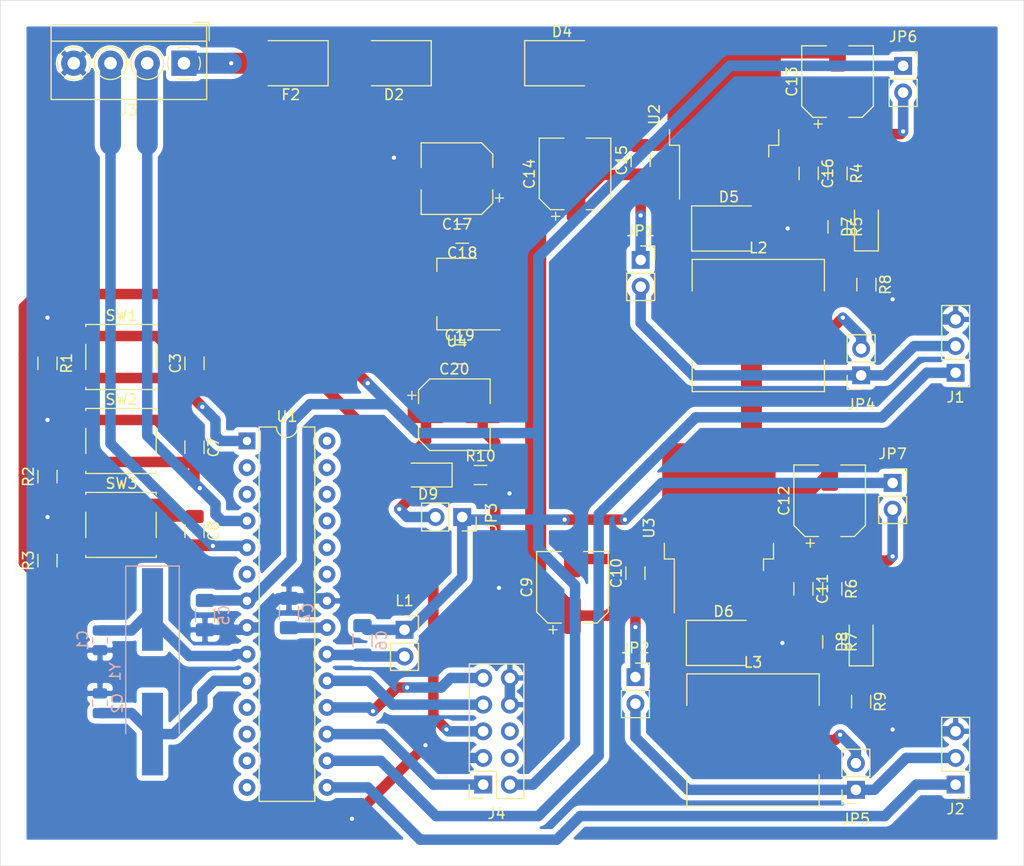
<source format=kicad_pcb>
(kicad_pcb (version 20171130) (host pcbnew "(5.1.0)-1")
  (layers (0 F.Cu signal) (31 B.Cu signal) (34 B.Paste user) (35 F.Paste user) (36 B.SilkS user) (37 F.SilkS user) (38 B.Mask user) (39 F.Mask user) (44 Edge.Cuts user))
  (net 0 "")
  (net 1 GND)
  (net 2 "Net-(C1-Pad1)")
  (net 3 "Net-(C2-Pad1)")
  (net 4 "Net-(C4-Pad1)")
  (net 5 +5V)
  (net 6 "Net-(C6-Pad1)")
  (net 7 /Button1)
  (net 8 /Button2)
  (net 9 +12P)
  (net 10 "Net-(C11-Pad2)")
  (net 11 "Net-(C11-Pad1)")
  (net 12 "Net-(C13-Pad1)")
  (net 13 "Net-(C16-Pad1)")
  (net 14 "Net-(C19-Pad1)")
  (net 15 "Net-(D2-Pad2)")
  (net 16 "Net-(D5-Pad1)")
  (net 17 "Net-(D6-Pad1)")
  (net 18 "Net-(D7-Pad1)")
  (net 19 "Net-(D8-Pad1)")
  (net 20 "Net-(D9-Pad1)")
  (net 21 +12V)
  (net 22 /PWM1)
  (net 23 VDD)
  (net 24 Vdrive)
  (net 25 /PWM2)
  (net 26 /MOSI)
  (net 27 /RESET)
  (net 28 /SCK)
  (net 29 /MISO)
  (module Capacitor_SMD:C_0805_2012Metric (layer B.Cu) (at 27 91 270)
    (fp_text reference C1 (at 0 1.65 270) (layer B.SilkS) (effects (justify mirror)))
    (fp_text value 22p)
    (pad 2 smd roundrect (at 0.9375 0 270) (size 0.975 1.4) (layers B.Cu B.Paste B.Mask) (net 1 GND))
    (pad 1 smd roundrect (at -0.9375 0 270) (size 0.975 1.4) (layers B.Cu B.Paste B.Mask) (net 2 "Net-(C1-Pad1)"))
  )
  (module Capacitor_SMD:C_0805_2012Metric (layer B.Cu) (at 27 97 90)
    (fp_text reference C2 (at 0 1.65 90) (layer B.SilkS) (effects (justify mirror)))
    (fp_text value 22p)
    (pad 1 smd roundrect (at -0.9375 0 90) (size 0.975 1.4) (layers B.Cu B.Paste B.Mask) (net 3 "Net-(C2-Pad1)"))
    (pad 2 smd roundrect (at 0.9375 0 90) (size 0.975 1.4) (layers B.Cu B.Paste B.Mask) (net 1 GND))
  )
  (module Capacitor_SMD:C_1206_3216Metric (layer F.Cu) (at 36 64.6 90)
    (fp_text reference C3 (at 0 -1.82 90) (layer F.SilkS))
    (fp_text value 100n)
    (pad 2 smd roundrect (at 1.4 0 90) (size 1.25 1.75) (layers F.Cu F.Paste F.Mask) (roundrect_rratio 0.2) (net 1 GND))
    (pad 1 smd roundrect (at -1.4 0 90) (size 1.25 1.75) (layers F.Cu F.Paste F.Mask) (roundrect_rratio 0.2) (net 27 /RESET))
  )
  (module Capacitor_SMD:C_1206_3216Metric (layer B.Cu) (at 45 88.4 90)
    (fp_text reference C4 (at 0 1.82 90) (layer B.SilkS) (effects (justify mirror)))
    (fp_text value 100n)
    (pad 1 smd roundrect (at -1.4 0 90) (size 1.25 1.75) (layers B.Cu B.Paste B.Mask) (roundrect_rratio 0.2) (net 4 "Net-(C4-Pad1)"))
    (pad 2 smd roundrect (at 1.4 0 90) (size 1.25 1.75) (layers B.Cu B.Paste B.Mask) (roundrect_rratio 0.2) (net 1 GND))
  )
  (module Capacitor_SMD:C_1206_3216Metric (layer B.Cu) (at 37 88.6 90)
    (fp_text reference C5 (at 0 1.82 90) (layer B.SilkS) (effects (justify mirror)))
    (fp_text value 100n)
    (pad 1 smd roundrect (at -1.4 0 90) (size 1.25 1.75) (layers B.Cu B.Paste B.Mask) (roundrect_rratio 0.2) (net 1 GND))
    (pad 2 smd roundrect (at 1.4 0 90) (size 1.25 1.75) (layers B.Cu B.Paste B.Mask) (roundrect_rratio 0.2) (net 5 +5V))
  )
  (module Capacitor_SMD:C_1206_3216Metric (layer B.Cu) (at 52 91 90)
    (fp_text reference C6 (at 0 1.82 90) (layer B.SilkS) (effects (justify mirror)))
    (fp_text value 100n)
    (pad 2 smd roundrect (at 1.4 0 90) (size 1.25 1.75) (layers B.Cu B.Paste B.Mask) (roundrect_rratio 0.2) (net 5 +5V))
    (pad 1 smd roundrect (at -1.4 0 90) (size 1.25 1.75) (layers B.Cu B.Paste B.Mask) (roundrect_rratio 0.2) (net 6 "Net-(C6-Pad1)"))
  )
  (module Capacitor_SMD:C_1206_3216Metric (layer F.Cu) (at 36 72.6 270)
    (fp_text reference C7 (at 0 -1.82 270) (layer F.SilkS))
    (fp_text value 100n)
    (pad 1 smd roundrect (at -1.4 0 270) (size 1.25 1.75) (layers F.Cu F.Paste F.Mask) (roundrect_rratio 0.2) (net 1 GND))
    (pad 2 smd roundrect (at 1.4 0 270) (size 1.25 1.75) (layers F.Cu F.Paste F.Mask) (roundrect_rratio 0.2) (net 7 /Button1))
  )
  (module Capacitor_SMD:C_1206_3216Metric (layer F.Cu) (at 36 80.6 270)
    (fp_text reference C8 (at 0 -1.82 270) (layer F.SilkS))
    (fp_text value 100n)
    (pad 2 smd roundrect (at 1.4 0 270) (size 1.25 1.75) (layers F.Cu F.Paste F.Mask) (roundrect_rratio 0.2) (net 8 /Button2))
    (pad 1 smd roundrect (at -1.4 0 270) (size 1.25 1.75) (layers F.Cu F.Paste F.Mask) (roundrect_rratio 0.2) (net 1 GND))
  )
  (module Capacitor_SMD:CP_Elec_6.3x7.7 (layer F.Cu) (at 72 85.95 90)
    (fp_text reference C9 (at 0 -4.35 90) (layer F.SilkS))
    (fp_text value 100u)
    (pad 2 smd roundrect (at 2.7 0 90) (size 3.5 1.6) (layers F.Cu F.Paste F.Mask) (roundrect_rratio 0.15625) (net 1 GND))
    (pad 1 smd roundrect (at -2.7 0 90) (size 3.5 1.6) (layers F.Cu F.Paste F.Mask) (roundrect_rratio 0.15625) (net 9 +12P))
  )
  (module Capacitor_SMD:C_1206_3216Metric (layer F.Cu) (at 78 84.6 90)
    (fp_text reference C10 (at 0 -1.82 90) (layer F.SilkS))
    (fp_text value 100n)
    (pad 2 smd roundrect (at 1.4 0 90) (size 1.25 1.75) (layers F.Cu F.Paste F.Mask) (roundrect_rratio 0.2) (net 1 GND))
    (pad 1 smd roundrect (at -1.4 0 90) (size 1.25 1.75) (layers F.Cu F.Paste F.Mask) (roundrect_rratio 0.2) (net 9 +12P))
  )
  (module Capacitor_SMD:C_1206_3216Metric (layer F.Cu) (at 94 86.1 270)
    (fp_text reference C11 (at 0 -1.82 270) (layer F.SilkS))
    (fp_text value 20n)
    (pad 2 smd roundrect (at 1.4 0 270) (size 1.25 1.75) (layers F.Cu F.Paste F.Mask) (roundrect_rratio 0.2) (net 10 "Net-(C11-Pad2)"))
    (pad 1 smd roundrect (at -1.4 0 270) (size 1.25 1.75) (layers F.Cu F.Paste F.Mask) (roundrect_rratio 0.2) (net 11 "Net-(C11-Pad1)"))
  )
  (module Capacitor_SMD:CP_Elec_6.3x7.7 (layer F.Cu) (at 96.5 77.7 90)
    (fp_text reference C12 (at 0 -4.35 90) (layer F.SilkS))
    (fp_text value 470u/220u)
    (pad 1 smd roundrect (at -2.7 0 90) (size 3.5 1.6) (layers F.Cu F.Paste F.Mask) (roundrect_rratio 0.15625) (net 10 "Net-(C11-Pad2)"))
    (pad 2 smd roundrect (at 2.7 0 90) (size 3.5 1.6) (layers F.Cu F.Paste F.Mask) (roundrect_rratio 0.15625) (net 1 GND))
  )
  (module Capacitor_SMD:CP_Elec_6.3x7.7 (layer F.Cu) (at 97.25 37.75 90)
    (fp_text reference C13 (at 0 -4.35 90) (layer F.SilkS))
    (fp_text value 470u/220u)
    (pad 1 smd roundrect (at -2.7 0 90) (size 3.5 1.6) (layers F.Cu F.Paste F.Mask) (roundrect_rratio 0.15625) (net 12 "Net-(C13-Pad1)"))
    (pad 2 smd roundrect (at 2.7 0 90) (size 3.5 1.6) (layers F.Cu F.Paste F.Mask) (roundrect_rratio 0.15625) (net 1 GND))
  )
  (module Capacitor_SMD:CP_Elec_6.3x7.7 (layer F.Cu) (at 72.25 46.55 90)
    (fp_text reference C14 (at 0 -4.35 90) (layer F.SilkS))
    (fp_text value 100u)
    (pad 2 smd roundrect (at 2.7 0 90) (size 3.5 1.6) (layers F.Cu F.Paste F.Mask) (roundrect_rratio 0.15625) (net 1 GND))
    (pad 1 smd roundrect (at -2.7 0 90) (size 3.5 1.6) (layers F.Cu F.Paste F.Mask) (roundrect_rratio 0.15625) (net 9 +12P))
  )
  (module Capacitor_SMD:C_1206_3216Metric (layer F.Cu) (at 78.5 45.25 90)
    (fp_text reference C15 (at 0 -1.82 90) (layer F.SilkS))
    (fp_text value 100n)
    (pad 1 smd roundrect (at -1.4 0 90) (size 1.25 1.75) (layers F.Cu F.Paste F.Mask) (roundrect_rratio 0.2) (net 9 +12P))
    (pad 2 smd roundrect (at 1.4 0 90) (size 1.25 1.75) (layers F.Cu F.Paste F.Mask) (roundrect_rratio 0.2) (net 1 GND))
  )
  (module Capacitor_SMD:C_1206_3216Metric (layer F.Cu) (at 94.5 46.5 270)
    (fp_text reference C16 (at 0 -1.82 270) (layer F.SilkS))
    (fp_text value 20n)
    (pad 1 smd roundrect (at -1.4 0 270) (size 1.25 1.75) (layers F.Cu F.Paste F.Mask) (roundrect_rratio 0.2) (net 13 "Net-(C16-Pad1)"))
    (pad 2 smd roundrect (at 1.4 0 270) (size 1.25 1.75) (layers F.Cu F.Paste F.Mask) (roundrect_rratio 0.2) (net 12 "Net-(C13-Pad1)"))
  )
  (module Capacitor_SMD:CP_Elec_6.3x7.7 (layer F.Cu) (at 61 47 180)
    (fp_text reference C17 (at 0 -4.35 180) (layer F.SilkS))
    (fp_text value 100u)
    (pad 1 smd roundrect (at -2.7 0 180) (size 3.5 1.6) (layers F.Cu F.Paste F.Mask) (roundrect_rratio 0.15625) (net 9 +12P))
    (pad 2 smd roundrect (at 2.7 0 180) (size 3.5 1.6) (layers F.Cu F.Paste F.Mask) (roundrect_rratio 0.15625) (net 1 GND))
  )
  (module Capacitor_SMD:C_1206_3216Metric (layer F.Cu) (at 61.5 52.25 180)
    (fp_text reference C18 (at 0 -1.82 180) (layer F.SilkS))
    (fp_text value 100n)
    (pad 2 smd roundrect (at 1.4 0 180) (size 1.25 1.75) (layers F.Cu F.Paste F.Mask) (roundrect_rratio 0.2) (net 1 GND))
    (pad 1 smd roundrect (at -1.4 0 180) (size 1.25 1.75) (layers F.Cu F.Paste F.Mask) (roundrect_rratio 0.2) (net 9 +12P))
  )
  (module Capacitor_SMD:C_1206_3216Metric (layer F.Cu) (at 61.25 63.75)
    (fp_text reference C19 (at 0 -1.82) (layer F.SilkS))
    (fp_text value 100n)
    (pad 1 smd roundrect (at -1.4 0) (size 1.25 1.75) (layers F.Cu F.Paste F.Mask) (roundrect_rratio 0.2) (net 14 "Net-(C19-Pad1)"))
    (pad 2 smd roundrect (at 1.4 0) (size 1.25 1.75) (layers F.Cu F.Paste F.Mask) (roundrect_rratio 0.2) (net 1 GND))
  )
  (module Capacitor_SMD:CP_Elec_6.3x7.7 (layer F.Cu) (at 60.75 69.5)
    (fp_text reference C20 (at 0 -4.35) (layer F.SilkS))
    (fp_text value 100u)
    (pad 2 smd roundrect (at 2.7 0) (size 3.5 1.6) (layers F.Cu F.Paste F.Mask) (roundrect_rratio 0.15625) (net 1 GND))
    (pad 1 smd roundrect (at -2.7 0) (size 3.5 1.6) (layers F.Cu F.Paste F.Mask) (roundrect_rratio 0.15625) (net 14 "Net-(C19-Pad1)"))
  )
  (module Diode_SMD:D_SMB (layer F.Cu) (at 55 36 180)
    (fp_text reference D2 (at 0 -3 180) (layer F.SilkS))
    (fp_text value D_Schottky)
    (pad 2 smd rect (at 2.15 0 180) (size 2.5 2.3) (layers F.Cu F.Paste F.Mask) (net 15 "Net-(D2-Pad2)"))
    (pad 1 smd rect (at -2.15 0 180) (size 2.5 2.3) (layers F.Cu F.Paste F.Mask) (net 9 +12P))
  )
  (module Diode_SMD:D_SMB (layer F.Cu) (at 71 36)
    (fp_text reference D4 (at 0 -3) (layer F.SilkS))
    (fp_text value D_Zener)
    (pad 1 smd rect (at -2.15 0) (size 2.5 2.3) (layers F.Cu F.Paste F.Mask) (net 9 +12P))
    (pad 2 smd rect (at 2.15 0) (size 2.5 2.3) (layers F.Cu F.Paste F.Mask) (net 1 GND))
  )
  (module Diode_SMD:D_SMB (layer F.Cu) (at 86.9 51.75)
    (fp_text reference D5 (at 0 -3) (layer F.SilkS))
    (fp_text value D_Zener)
    (pad 2 smd rect (at 2.15 0) (size 2.5 2.3) (layers F.Cu F.Paste F.Mask) (net 1 GND))
    (pad 1 smd rect (at -2.15 0) (size 2.5 2.3) (layers F.Cu F.Paste F.Mask) (net 16 "Net-(D5-Pad1)"))
  )
  (module Diode_SMD:D_SMB (layer F.Cu) (at 86.4 91.25)
    (fp_text reference D6 (at 0 -3) (layer F.SilkS))
    (fp_text value D_Zener)
    (pad 1 smd rect (at -2.15 0) (size 2.5 2.3) (layers F.Cu F.Paste F.Mask) (net 17 "Net-(D6-Pad1)"))
    (pad 2 smd rect (at 2.15 0) (size 2.5 2.3) (layers F.Cu F.Paste F.Mask) (net 1 GND))
  )
  (module LED_SMD:LED_1206_3216Metric (layer F.Cu) (at 100 51.6 90)
    (fp_text reference D7 (at 0 -1.82 90) (layer F.SilkS))
    (fp_text value LED)
    (pad 1 smd roundrect (at -1.4 0 90) (size 1.25 1.75) (layers F.Cu F.Paste F.Mask) (roundrect_rratio 0.2) (net 18 "Net-(D7-Pad1)"))
    (pad 2 smd roundrect (at 1.4 0 90) (size 1.25 1.75) (layers F.Cu F.Paste F.Mask) (roundrect_rratio 0.2) (net 12 "Net-(C13-Pad1)"))
  )
  (module LED_SMD:LED_1206_3216Metric (layer F.Cu) (at 99.5 91.15 90)
    (fp_text reference D8 (at 0 -1.82 90) (layer F.SilkS))
    (fp_text value LED)
    (pad 2 smd roundrect (at 1.4 0 90) (size 1.25 1.75) (layers F.Cu F.Paste F.Mask) (roundrect_rratio 0.2) (net 10 "Net-(C11-Pad2)"))
    (pad 1 smd roundrect (at -1.4 0 90) (size 1.25 1.75) (layers F.Cu F.Paste F.Mask) (roundrect_rratio 0.2) (net 19 "Net-(D8-Pad1)"))
  )
  (module LED_SMD:LED_1206_3216Metric (layer F.Cu) (at 58.25 75.25 180)
    (fp_text reference D9 (at 0 -1.82 180) (layer F.SilkS))
    (fp_text value LED)
    (pad 1 smd roundrect (at -1.4 0 180) (size 1.25 1.75) (layers F.Cu F.Paste F.Mask) (roundrect_rratio 0.2) (net 20 "Net-(D9-Pad1)"))
    (pad 2 smd roundrect (at 1.4 0 180) (size 1.25 1.75) (layers F.Cu F.Paste F.Mask) (roundrect_rratio 0.2) (net 14 "Net-(C19-Pad1)"))
  )
  (module Diode_SMD:D_SMB (layer F.Cu) (at 45.175001 36 180)
    (fp_text reference F2 (at 0 -3 180) (layer F.SilkS))
    (fp_text value Fuse)
    (pad 1 smd rect (at -2.15 0 180) (size 2.5 2.3) (layers F.Cu F.Paste F.Mask) (net 15 "Net-(D2-Pad2)"))
    (pad 2 smd rect (at 2.15 0 180) (size 2.5 2.3) (layers F.Cu F.Paste F.Mask) (net 21 +12V))
  )
  (module Connector_PinHeader_2.54mm:PinHeader_1x03_P2.54mm_Vertical (layer F.Cu) (at 108.5 65.5 180)
    (fp_text reference J1 (at 0 -2.33 180) (layer F.SilkS))
    (fp_text value Jp7)
    (pad 1 thru_hole rect (at 0 0 180) (size 1.7 1.7) (drill 1) (layers *.Cu *.Mask) (net 25 /PWM2))
    (pad 2 thru_hole oval (at 0 2.54 180) (size 1.7 1.7) (drill 1) (layers *.Cu *.Mask) (net 23 VDD))
    (pad 3 thru_hole oval (at 0 5.08 180) (size 1.7 1.7) (drill 1) (layers *.Cu *.Mask) (net 1 GND))
  )
  (module Connector_PinHeader_2.54mm:PinHeader_1x03_P2.54mm_Vertical (layer F.Cu) (at 108.5 104.75 180)
    (fp_text reference J2 (at 0 -2.33 180) (layer F.SilkS))
    (fp_text value Jp8)
    (pad 3 thru_hole oval (at 0 5.08 180) (size 1.7 1.7) (drill 1) (layers *.Cu *.Mask) (net 1 GND))
    (pad 2 thru_hole oval (at 0 2.54 180) (size 1.7 1.7) (drill 1) (layers *.Cu *.Mask) (net 24 Vdrive))
    (pad 1 thru_hole rect (at 0 0 180) (size 1.7 1.7) (drill 1) (layers *.Cu *.Mask) (net 22 /PWM1))
  )
  (module TerminalBlock_4Ucon:TerminalBlock_4Ucon_1x04_P3.50mm_Horizontal (layer F.Cu) (at 35 36 180)
    (fp_text reference J3 (at 5.25 -4.46 180) (layer F.SilkS))
    (fp_text value Jp8)
    (pad 1 thru_hole rect (at 0 0 180) (size 2.4 2.4) (drill 1.2) (layers *.Cu *.Mask) (net 21 +12V))
    (pad 2 thru_hole circle (at 3.5 0 180) (size 2.4 2.4) (drill 1.2) (layers *.Cu *.Mask) (net 7 /Button1))
    (pad 3 thru_hole circle (at 7 0 180) (size 2.4 2.4) (drill 1.2) (layers *.Cu *.Mask) (net 8 /Button2))
    (pad 4 thru_hole circle (at 10.5 0 180) (size 2.4 2.4) (drill 1.2) (layers *.Cu *.Mask) (net 1 GND))
  )
  (module Connector_PinSocket_2.54mm:PinSocket_2x05_P2.54mm_Vertical (layer F.Cu) (at 63.5 104.75 180)
    (fp_text reference J4 (at -1.27 -2.77 180) (layer F.SilkS))
    (fp_text value Conn_02x05_Odd_Even)
    (pad 1 thru_hole rect (at 0 0 180) (size 1.7 1.7) (drill 1) (layers *.Cu *.Mask) (net 26 /MOSI))
    (pad 2 thru_hole oval (at -2.54 0 180) (size 1.7 1.7) (drill 1) (layers *.Cu *.Mask) (net 5 +5V))
    (pad 3 thru_hole oval (at 0 2.54 180) (size 1.7 1.7) (drill 1) (layers *.Cu *.Mask) (net 1 GND))
    (pad 4 thru_hole oval (at -2.54 2.54 180) (size 1.7 1.7) (drill 1) (layers *.Cu *.Mask))
    (pad 5 thru_hole oval (at 0 5.08 180) (size 1.7 1.7) (drill 1) (layers *.Cu *.Mask) (net 27 /RESET))
    (pad 6 thru_hole oval (at -2.54 5.08 180) (size 1.7 1.7) (drill 1) (layers *.Cu *.Mask))
    (pad 7 thru_hole oval (at 0 7.62 180) (size 1.7 1.7) (drill 1) (layers *.Cu *.Mask) (net 28 /SCK))
    (pad 8 thru_hole oval (at -2.54 7.62 180) (size 1.7 1.7) (drill 1) (layers *.Cu *.Mask) (net 1 GND))
    (pad 9 thru_hole oval (at 0 10.16 180) (size 1.7 1.7) (drill 1) (layers *.Cu *.Mask) (net 29 /MISO))
    (pad 10 thru_hole oval (at -2.54 10.16 180) (size 1.7 1.7) (drill 1) (layers *.Cu *.Mask) (net 1 GND))
  )
  (module Connector_PinSocket_2.54mm:PinSocket_1x02_P2.54mm_Vertical (layer F.Cu) (at 78.5 54.75)
    (fp_text reference JP1 (at 0 -2.77) (layer F.SilkS))
    (fp_text value Jp6)
    (pad 2 thru_hole oval (at 0 2.54) (size 1.7 1.7) (drill 1) (layers *.Cu *.Mask) (net 23 VDD))
    (pad 1 thru_hole rect (at 0 0) (size 1.7 1.7) (drill 1) (layers *.Cu *.Mask) (net 9 +12P))
  )
  (module Connector_PinSocket_2.54mm:PinSocket_1x02_P2.54mm_Vertical (layer F.Cu) (at 78 94.5)
    (fp_text reference JP2 (at 0 -2.77) (layer F.SilkS))
    (fp_text value Jp3)
    (pad 2 thru_hole oval (at 0 2.54) (size 1.7 1.7) (drill 1) (layers *.Cu *.Mask) (net 24 Vdrive))
    (pad 1 thru_hole rect (at 0 0) (size 1.7 1.7) (drill 1) (layers *.Cu *.Mask) (net 9 +12P))
  )
  (module Connector_PinSocket_2.54mm:PinSocket_1x02_P2.54mm_Vertical (layer F.Cu) (at 61.5 79.25 270)
    (fp_text reference JP3 (at 0 -2.77 270) (layer F.SilkS))
    (fp_text value Jp3)
    (pad 2 thru_hole oval (at 0 2.54 270) (size 1.7 1.7) (drill 1) (layers *.Cu *.Mask) (net 14 "Net-(C19-Pad1)"))
    (pad 1 thru_hole rect (at 0 0 270) (size 1.7 1.7) (drill 1) (layers *.Cu *.Mask) (net 5 +5V))
  )
  (module Connector_PinSocket_2.54mm:PinSocket_1x02_P2.54mm_Vertical (layer F.Cu) (at 99.5 65.75 180)
    (fp_text reference JP4 (at 0 -2.77 180) (layer F.SilkS))
    (fp_text value Jp4)
    (pad 2 thru_hole oval (at 0 2.54 180) (size 1.7 1.7) (drill 1) (layers *.Cu *.Mask) (net 12 "Net-(C13-Pad1)"))
    (pad 1 thru_hole rect (at 0 0 180) (size 1.7 1.7) (drill 1) (layers *.Cu *.Mask) (net 23 VDD))
  )
  (module Connector_PinSocket_2.54mm:PinSocket_1x02_P2.54mm_Vertical (layer F.Cu) (at 99 105.25 180)
    (fp_text reference JP5 (at 0 -2.77 180) (layer F.SilkS))
    (fp_text value Jp1)
    (pad 1 thru_hole rect (at 0 0 180) (size 1.7 1.7) (drill 1) (layers *.Cu *.Mask) (net 24 Vdrive))
    (pad 2 thru_hole oval (at 0 2.54 180) (size 1.7 1.7) (drill 1) (layers *.Cu *.Mask) (net 10 "Net-(C11-Pad2)"))
  )
  (module Connector_PinSocket_2.54mm:PinSocket_1x02_P2.54mm_Vertical (layer F.Cu) (at 103.5 36.25)
    (fp_text reference JP6 (at 0 -2.77) (layer F.SilkS))
    (fp_text value Jp5)
    (pad 1 thru_hole rect (at 0 0) (size 1.7 1.7) (drill 1) (layers *.Cu *.Mask) (net 5 +5V))
    (pad 2 thru_hole oval (at 0 2.54) (size 1.7 1.7) (drill 1) (layers *.Cu *.Mask) (net 12 "Net-(C13-Pad1)"))
  )
  (module Connector_PinSocket_2.54mm:PinSocket_1x02_P2.54mm_Vertical (layer F.Cu) (at 102.5 76)
    (fp_text reference JP7 (at 0 -2.77) (layer F.SilkS))
    (fp_text value Jp2)
    (pad 1 thru_hole rect (at 0 0) (size 1.7 1.7) (drill 1) (layers *.Cu *.Mask) (net 5 +5V))
    (pad 2 thru_hole oval (at 0 2.54) (size 1.7 1.7) (drill 1) (layers *.Cu *.Mask) (net 10 "Net-(C11-Pad2)"))
  )
  (module Connector_PinSocket_2.54mm:PinSocket_1x02_P2.54mm_Vertical (layer F.Cu) (at 56 90)
    (fp_text reference L1 (at 0 -2.77) (layer F.SilkS))
    (fp_text value 10u)
    (pad 1 thru_hole rect (at 0 0) (size 1.7 1.7) (drill 1) (layers *.Cu *.Mask) (net 5 +5V))
    (pad 2 thru_hole oval (at 0 2.54) (size 1.7 1.7) (drill 1) (layers *.Cu *.Mask) (net 6 "Net-(C6-Pad1)"))
  )
  (module Inductor_SMD:L_12x12mm_H8mm (layer F.Cu) (at 89.7 61)
    (fp_text reference L2 (at 0 -7.4) (layer F.SilkS))
    (fp_text value 33u)
    (pad 1 smd rect (at -4.95 0) (size 2.9 5.4) (layers F.Cu F.Paste F.Mask) (net 16 "Net-(D5-Pad1)"))
    (pad 2 smd rect (at 4.95 0) (size 2.9 5.4) (layers F.Cu F.Paste F.Mask) (net 12 "Net-(C13-Pad1)"))
  )
  (module Inductor_SMD:L_12x12mm_H8mm (layer F.Cu) (at 89.2 100.5)
    (fp_text reference L3 (at 0 -7.4) (layer F.SilkS))
    (fp_text value 33u)
    (pad 2 smd rect (at 4.95 0) (size 2.9 5.4) (layers F.Cu F.Paste F.Mask) (net 10 "Net-(C11-Pad2)"))
    (pad 1 smd rect (at -4.95 0) (size 2.9 5.4) (layers F.Cu F.Paste F.Mask) (net 17 "Net-(D6-Pad1)"))
  )
  (module Resistor_SMD:R_1206_3216Metric (layer F.Cu) (at 22 64.6 270)
    (fp_text reference R1 (at 0 -1.82 270) (layer F.SilkS))
    (fp_text value 10k)
    (pad 1 smd roundrect (at -1.4 0 270) (size 1.25 1.75) (layers F.Cu F.Paste F.Mask) (roundrect_rratio 0.2) (net 5 +5V))
    (pad 2 smd roundrect (at 1.4 0 270) (size 1.25 1.75) (layers F.Cu F.Paste F.Mask) (roundrect_rratio 0.2) (net 27 /RESET))
  )
  (module Resistor_SMD:R_1206_3216Metric (layer F.Cu) (at 22 75.4 90)
    (fp_text reference R2 (at 0 -1.82 90) (layer F.SilkS))
    (fp_text value R)
    (pad 1 smd roundrect (at -1.4 0 90) (size 1.25 1.75) (layers F.Cu F.Paste F.Mask) (roundrect_rratio 0.2) (net 5 +5V))
    (pad 2 smd roundrect (at 1.4 0 90) (size 1.25 1.75) (layers F.Cu F.Paste F.Mask) (roundrect_rratio 0.2) (net 7 /Button1))
  )
  (module Resistor_SMD:R_1206_3216Metric (layer F.Cu) (at 22 83.4 90)
    (fp_text reference R3 (at 0 -1.82 90) (layer F.SilkS))
    (fp_text value R)
    (pad 2 smd roundrect (at 1.4 0 90) (size 1.25 1.75) (layers F.Cu F.Paste F.Mask) (roundrect_rratio 0.2) (net 8 /Button2))
    (pad 1 smd roundrect (at -1.4 0 90) (size 1.25 1.75) (layers F.Cu F.Paste F.Mask) (roundrect_rratio 0.2) (net 5 +5V))
  )
  (module Resistor_SMD:R_1206_3216Metric (layer F.Cu) (at 97.25 46.5 270)
    (fp_text reference R4 (at 0 -1.82 270) (layer F.SilkS))
    (fp_text value R)
    (pad 2 smd roundrect (at 1.4 0 270) (size 1.25 1.75) (layers F.Cu F.Paste F.Mask) (roundrect_rratio 0.2) (net 12 "Net-(C13-Pad1)"))
    (pad 1 smd roundrect (at -1.4 0 270) (size 1.25 1.75) (layers F.Cu F.Paste F.Mask) (roundrect_rratio 0.2) (net 13 "Net-(C16-Pad1)"))
  )
  (module Resistor_SMD:R_1206_3216Metric (layer F.Cu) (at 97.25 51.6 270)
    (fp_text reference R5 (at 0 -1.82 270) (layer F.SilkS))
    (fp_text value R)
    (pad 1 smd roundrect (at -1.4 0 270) (size 1.25 1.75) (layers F.Cu F.Paste F.Mask) (roundrect_rratio 0.2) (net 12 "Net-(C13-Pad1)"))
    (pad 2 smd roundrect (at 1.4 0 270) (size 1.25 1.75) (layers F.Cu F.Paste F.Mask) (roundrect_rratio 0.2) (net 1 GND))
  )
  (module Resistor_SMD:R_1206_3216Metric (layer F.Cu) (at 96.75 86.1 270)
    (fp_text reference R6 (at 0 -1.82 270) (layer F.SilkS))
    (fp_text value R)
    (pad 2 smd roundrect (at 1.4 0 270) (size 1.25 1.75) (layers F.Cu F.Paste F.Mask) (roundrect_rratio 0.2) (net 10 "Net-(C11-Pad2)"))
    (pad 1 smd roundrect (at -1.4 0 270) (size 1.25 1.75) (layers F.Cu F.Paste F.Mask) (roundrect_rratio 0.2) (net 11 "Net-(C11-Pad1)"))
  )
  (module Resistor_SMD:R_1206_3216Metric (layer F.Cu) (at 96.75 91.15 270)
    (fp_text reference R7 (at 0 -1.82 270) (layer F.SilkS))
    (fp_text value R)
    (pad 1 smd roundrect (at -1.4 0 270) (size 1.25 1.75) (layers F.Cu F.Paste F.Mask) (roundrect_rratio 0.2) (net 10 "Net-(C11-Pad2)"))
    (pad 2 smd roundrect (at 1.4 0 270) (size 1.25 1.75) (layers F.Cu F.Paste F.Mask) (roundrect_rratio 0.2) (net 1 GND))
  )
  (module Resistor_SMD:R_1206_3216Metric (layer F.Cu) (at 100 57.1 270)
    (fp_text reference R8 (at 0 -1.82 270) (layer F.SilkS))
    (fp_text value 330)
    (pad 2 smd roundrect (at 1.4 0 270) (size 1.25 1.75) (layers F.Cu F.Paste F.Mask) (roundrect_rratio 0.2) (net 1 GND))
    (pad 1 smd roundrect (at -1.4 0 270) (size 1.25 1.75) (layers F.Cu F.Paste F.Mask) (roundrect_rratio 0.2) (net 18 "Net-(D7-Pad1)"))
  )
  (module Resistor_SMD:R_1206_3216Metric (layer F.Cu) (at 99.5 96.85 270)
    (fp_text reference R9 (at 0 -1.82 270) (layer F.SilkS))
    (fp_text value 330)
    (pad 2 smd roundrect (at 1.4 0 270) (size 1.25 1.75) (layers F.Cu F.Paste F.Mask) (roundrect_rratio 0.2) (net 1 GND))
    (pad 1 smd roundrect (at -1.4 0 270) (size 1.25 1.75) (layers F.Cu F.Paste F.Mask) (roundrect_rratio 0.2) (net 19 "Net-(D8-Pad1)"))
  )
  (module Resistor_SMD:R_1206_3216Metric (layer F.Cu) (at 63.25 75.25)
    (fp_text reference R10 (at 0 -1.82) (layer F.SilkS))
    (fp_text value 330)
    (pad 1 smd roundrect (at -1.4 0) (size 1.25 1.75) (layers F.Cu F.Paste F.Mask) (roundrect_rratio 0.2) (net 20 "Net-(D9-Pad1)"))
    (pad 2 smd roundrect (at 1.4 0) (size 1.25 1.75) (layers F.Cu F.Paste F.Mask) (roundrect_rratio 0.2) (net 1 GND))
  )
  (module Button_Switch_SMD:SW_SPST_EVQQ2 (layer F.Cu) (at 29 64)
    (fp_text reference SW1 (at 0.05 -3.95) (layer F.SilkS))
    (fp_text value SW_Push)
    (pad 1 smd rect (at 3.4 -2) (size 3.2 1) (layers F.Cu F.Paste F.Mask) (net 1 GND))
    (pad 1 smd rect (at -3.4 -2) (size 3.2 1) (layers F.Cu F.Paste F.Mask) (net 1 GND))
    (pad 2 smd rect (at -3.4 2) (size 3.2 1) (layers F.Cu F.Paste F.Mask) (net 27 /RESET))
    (pad 2 smd rect (at 3.4 2) (size 3.2 1) (layers F.Cu F.Paste F.Mask) (net 27 /RESET))
  )
  (module Button_Switch_SMD:SW_SPST_EVQQ2 (layer F.Cu) (at 29 72)
    (fp_text reference SW2 (at 0.05 -3.95) (layer F.SilkS))
    (fp_text value SW_Push)
    (pad 2 smd rect (at 3.4 2) (size 3.2 1) (layers F.Cu F.Paste F.Mask) (net 7 /Button1))
    (pad 2 smd rect (at -3.4 2) (size 3.2 1) (layers F.Cu F.Paste F.Mask) (net 7 /Button1))
    (pad 1 smd rect (at -3.4 -2) (size 3.2 1) (layers F.Cu F.Paste F.Mask) (net 1 GND))
    (pad 1 smd rect (at 3.4 -2) (size 3.2 1) (layers F.Cu F.Paste F.Mask) (net 1 GND))
  )
  (module Button_Switch_SMD:SW_SPST_EVQQ2 (layer F.Cu) (at 29 80)
    (fp_text reference SW3 (at 0.05 -3.95) (layer F.SilkS))
    (fp_text value SW_Push)
    (pad 1 smd rect (at 3.4 -2) (size 3.2 1) (layers F.Cu F.Paste F.Mask) (net 1 GND))
    (pad 1 smd rect (at -3.4 -2) (size 3.2 1) (layers F.Cu F.Paste F.Mask) (net 1 GND))
    (pad 2 smd rect (at -3.4 2) (size 3.2 1) (layers F.Cu F.Paste F.Mask) (net 8 /Button2))
    (pad 2 smd rect (at 3.4 2) (size 3.2 1) (layers F.Cu F.Paste F.Mask) (net 8 /Button2))
  )
  (module Package_DIP:DIP-28_W7.62mm (layer F.Cu) (at 41 72)
    (fp_text reference U1 (at 3.81 -2.33) (layer F.SilkS))
    (fp_text value ATmega8-16PU)
    (pad 1 thru_hole rect (at 0 0) (size 1.6 1.6) (drill 0.8) (layers *.Cu *.Mask) (net 27 /RESET))
    (pad 15 thru_hole oval (at 7.62 33.02) (size 1.6 1.6) (drill 0.8) (layers *.Cu *.Mask) (net 22 /PWM1))
    (pad 2 thru_hole oval (at 0 2.54) (size 1.6 1.6) (drill 0.8) (layers *.Cu *.Mask))
    (pad 16 thru_hole oval (at 7.62 30.48) (size 1.6 1.6) (drill 0.8) (layers *.Cu *.Mask) (net 25 /PWM2))
    (pad 3 thru_hole oval (at 0 5.08) (size 1.6 1.6) (drill 0.8) (layers *.Cu *.Mask))
    (pad 17 thru_hole oval (at 7.62 27.94) (size 1.6 1.6) (drill 0.8) (layers *.Cu *.Mask) (net 26 /MOSI))
    (pad 4 thru_hole oval (at 0 7.62) (size 1.6 1.6) (drill 0.8) (layers *.Cu *.Mask) (net 7 /Button1))
    (pad 18 thru_hole oval (at 7.62 25.4) (size 1.6 1.6) (drill 0.8) (layers *.Cu *.Mask) (net 29 /MISO))
    (pad 5 thru_hole oval (at 0 10.16) (size 1.6 1.6) (drill 0.8) (layers *.Cu *.Mask) (net 8 /Button2))
    (pad 19 thru_hole oval (at 7.62 22.86) (size 1.6 1.6) (drill 0.8) (layers *.Cu *.Mask) (net 28 /SCK))
    (pad 6 thru_hole oval (at 0 12.7) (size 1.6 1.6) (drill 0.8) (layers *.Cu *.Mask))
    (pad 20 thru_hole oval (at 7.62 20.32) (size 1.6 1.6) (drill 0.8) (layers *.Cu *.Mask) (net 6 "Net-(C6-Pad1)"))
    (pad 7 thru_hole oval (at 0 15.24) (size 1.6 1.6) (drill 0.8) (layers *.Cu *.Mask) (net 5 +5V))
    (pad 21 thru_hole oval (at 7.62 17.78) (size 1.6 1.6) (drill 0.8) (layers *.Cu *.Mask) (net 4 "Net-(C4-Pad1)"))
    (pad 8 thru_hole oval (at 0 17.78) (size 1.6 1.6) (drill 0.8) (layers *.Cu *.Mask) (net 1 GND))
    (pad 22 thru_hole oval (at 7.62 15.24) (size 1.6 1.6) (drill 0.8) (layers *.Cu *.Mask) (net 1 GND))
    (pad 9 thru_hole oval (at 0 20.32) (size 1.6 1.6) (drill 0.8) (layers *.Cu *.Mask) (net 2 "Net-(C1-Pad1)"))
    (pad 23 thru_hole oval (at 7.62 12.7) (size 1.6 1.6) (drill 0.8) (layers *.Cu *.Mask))
    (pad 10 thru_hole oval (at 0 22.86) (size 1.6 1.6) (drill 0.8) (layers *.Cu *.Mask) (net 3 "Net-(C2-Pad1)"))
    (pad 24 thru_hole oval (at 7.62 10.16) (size 1.6 1.6) (drill 0.8) (layers *.Cu *.Mask))
    (pad 11 thru_hole oval (at 0 25.4) (size 1.6 1.6) (drill 0.8) (layers *.Cu *.Mask))
    (pad 25 thru_hole oval (at 7.62 7.62) (size 1.6 1.6) (drill 0.8) (layers *.Cu *.Mask))
    (pad 12 thru_hole oval (at 0 27.94) (size 1.6 1.6) (drill 0.8) (layers *.Cu *.Mask))
    (pad 26 thru_hole oval (at 7.62 5.08) (size 1.6 1.6) (drill 0.8) (layers *.Cu *.Mask))
    (pad 13 thru_hole oval (at 0 30.48) (size 1.6 1.6) (drill 0.8) (layers *.Cu *.Mask))
    (pad 27 thru_hole oval (at 7.62 2.54) (size 1.6 1.6) (drill 0.8) (layers *.Cu *.Mask))
    (pad 14 thru_hole oval (at 0 33.02) (size 1.6 1.6) (drill 0.8) (layers *.Cu *.Mask))
    (pad 28 thru_hole oval (at 7.62 0) (size 1.6 1.6) (drill 0.8) (layers *.Cu *.Mask))
  )
  (module Package_TO_SOT_SMD:TO-263-5_TabPin3 (layer F.Cu) (at 86.45 40.875 90)
    (fp_text reference U2 (at 0 -6.65 90) (layer F.SilkS))
    (fp_text value LM2596S-ADJ)
    (pad 1 smd rect (at -5.775 -3.4 90) (size 4.6 1.1) (layers F.Cu F.Paste F.Mask) (net 9 +12P))
    (pad 2 smd rect (at -5.775 -1.7 90) (size 4.6 1.1) (layers F.Cu F.Paste F.Mask) (net 16 "Net-(D5-Pad1)"))
    (pad 3 smd rect (at -5.775 0 90) (size 4.6 1.1) (layers F.Cu F.Paste F.Mask) (net 1 GND))
    (pad 4 smd rect (at -5.775 1.7 90) (size 4.6 1.1) (layers F.Cu F.Paste F.Mask) (net 13 "Net-(C16-Pad1)"))
    (pad 5 smd rect (at -5.775 3.4 90) (size 4.6 1.1) (layers F.Cu F.Paste F.Mask) (net 1 GND))
    (pad 3 smd rect (at 3.375 0 90) (size 9.4 10.8) (layers F.Cu F.Mask) (net 1 GND))
  )
  (module Package_TO_SOT_SMD:TO-263-5_TabPin3 (layer F.Cu) (at 85.95 80.3 90)
    (fp_text reference U3 (at 0 -6.65 90) (layer F.SilkS))
    (fp_text value LM2596S-ADJ)
    (pad 3 smd rect (at 3.375 0 90) (size 9.4 10.8) (layers F.Cu F.Mask) (net 1 GND))
    (pad 5 smd rect (at -5.775 3.4 90) (size 4.6 1.1) (layers F.Cu F.Paste F.Mask) (net 1 GND))
    (pad 4 smd rect (at -5.775 1.7 90) (size 4.6 1.1) (layers F.Cu F.Paste F.Mask) (net 11 "Net-(C11-Pad1)"))
    (pad 3 smd rect (at -5.775 0 90) (size 4.6 1.1) (layers F.Cu F.Paste F.Mask) (net 1 GND))
    (pad 2 smd rect (at -5.775 -1.7 90) (size 4.6 1.1) (layers F.Cu F.Paste F.Mask) (net 17 "Net-(D6-Pad1)"))
    (pad 1 smd rect (at -5.775 -3.4 90) (size 4.6 1.1) (layers F.Cu F.Paste F.Mask) (net 9 +12P))
  )
  (module Package_TO_SOT_SMD:SOT-223-3_TabPin2 (layer F.Cu) (at 61 58 180)
    (fp_text reference U4 (at 0 -4.5 180) (layer F.SilkS))
    (fp_text value LM1117-5.0)
    (pad 2 smd rect (at 3.15 0 180) (size 2 3.8) (layers F.Cu F.Paste F.Mask) (net 14 "Net-(C19-Pad1)"))
    (pad 2 smd rect (at -3.15 0 180) (size 2 1.5) (layers F.Cu F.Paste F.Mask) (net 14 "Net-(C19-Pad1)"))
    (pad 3 smd rect (at -3.15 2.3 180) (size 2 1.5) (layers F.Cu F.Paste F.Mask) (net 9 +12P))
    (pad 1 smd rect (at -3.15 -2.3 180) (size 2 1.5) (layers F.Cu F.Paste F.Mask) (net 1 GND))
  )
  (module Crystal:Crystal_SMD_HC49-SD_HandSoldering (layer B.Cu) (at 32 94 270)
    (fp_text reference Y1 (at 0 3.55 270) (layer B.SilkS) (effects (justify mirror)))
    (fp_text value Crystal)
    (pad 1 smd rect (at -5.9375 0 270) (size 7.875 2) (layers B.Cu B.Paste B.Mask) (net 2 "Net-(C1-Pad1)"))
    (pad 2 smd rect (at 5.9375 0 270) (size 7.875 2) (layers B.Cu B.Paste B.Mask) (net 3 "Net-(C2-Pad1)"))
  )
  (gr_line (start 115 112.5) (end 17.5 112.5) (layer Edge.Cuts) (width 0.05))
  (gr_line (start 115 30) (end 115 112.5) (layer Edge.Cuts) (width 0.05))
  (gr_line (start 17.5 30) (end 115 30) (layer Edge.Cuts) (width 0.05))
  (gr_line (start 17.5 112.5) (end 17.5 30) (layer Edge.Cuts) (width 0.05))
  (segment (start 48.38 87) (end 48.62 87.24) (width 1) (layer B.Cu) (net 1))
  (segment (start 45 87) (end 48.38 87) (width 1) (layer B.Cu) (net 1))
  (segment (start 45 87) (end 44 87) (width 1) (layer B.Cu) (net 1))
  (segment (start 44 87) (end 43 88) (width 1) (layer B.Cu) (net 1))
  (segment (start 43 88) (end 43 89) (width 1) (layer B.Cu) (net 1))
  (segment (start 42.22 89.78) (end 41 89.78) (width 1) (layer B.Cu) (net 1))
  (segment (start 43 89) (end 42.22 89.78) (width 1) (layer B.Cu) (net 1))
  (segment (start 40.78 90) (end 41 89.78) (width 1) (layer B.Cu) (net 1))
  (segment (start 37 90) (end 40.78 90) (width 1) (layer B.Cu) (net 1))
  (segment (start 66.04 97.13) (end 66.04 94.59) (width 1) (layer B.Cu) (net 1))
  (segment (start 33.6 71.2) (end 32.4 70) (width 1) (layer F.Cu) (net 1))
  (segment (start 36 71.2) (end 33.6 71.2) (width 1) (layer F.Cu) (net 1))
  (segment (start 32.4 70) (end 25.6 70) (width 1) (layer F.Cu) (net 1))
  (segment (start 33.6 63.2) (end 32.4 62) (width 1) (layer F.Cu) (net 1))
  (segment (start 36 63.2) (end 33.6 63.2) (width 1) (layer F.Cu) (net 1))
  (segment (start 32.4 62) (end 25.6 62) (width 1) (layer F.Cu) (net 1))
  (segment (start 33.6 79.2) (end 32.4 78) (width 1) (layer F.Cu) (net 1))
  (segment (start 36 79.2) (end 33.6 79.2) (width 1) (layer F.Cu) (net 1))
  (segment (start 32.4 78) (end 25.6 78) (width 1) (layer F.Cu) (net 1))
  (segment (start 72.25 43.85) (end 78.5 43.85) (width 1) (layer F.Cu) (net 1))
  (segment (start 80.1 43.85) (end 86.45 37.5) (width 1) (layer F.Cu) (net 1))
  (segment (start 78.5 43.85) (end 80.1 43.85) (width 1) (layer F.Cu) (net 1))
  (segment (start 86.45 46.65) (end 86.45 37.5) (width 1) (layer F.Cu) (net 1))
  (segment (start 89.85 50.95) (end 89.05 51.75) (width 1) (layer F.Cu) (net 1))
  (segment (start 89.85 46.65) (end 89.85 50.95) (width 1) (layer F.Cu) (net 1))
  (segment (start 89.05 51.75) (end 87.75 51.75) (width 1) (layer F.Cu) (net 1))
  (segment (start 87.75 51.75) (end 87 51) (width 1) (layer F.Cu) (net 1))
  (segment (start 87 51) (end 87 50.25) (width 1) (layer F.Cu) (net 1))
  (segment (start 86.45 49.7) (end 86.45 46.65) (width 1) (layer F.Cu) (net 1))
  (segment (start 87 50.25) (end 86.45 49.7) (width 1) (layer F.Cu) (net 1))
  (segment (start 100 58.5) (end 98.75 58.5) (width 1) (layer F.Cu) (net 1))
  (segment (start 97.25 57) (end 97.25 53) (width 1) (layer F.Cu) (net 1))
  (segment (start 98.75 58.5) (end 97.25 57) (width 1) (layer F.Cu) (net 1))
  (via (at 102.5 58.5) (size 0.8) (drill 0.4) (layers F.Cu B.Cu) (net 1))
  (segment (start 100 58.5) (end 102.5 58.5) (width 1) (layer F.Cu) (net 1))
  (via (at 92.5 51.75) (size 0.8) (drill 0.4) (layers F.Cu B.Cu) (net 1))
  (segment (start 89.05 51.75) (end 92.5 51.75) (width 1) (layer F.Cu) (net 1))
  (segment (start 58.3 50.45) (end 60.1 52.25) (width 1) (layer F.Cu) (net 1))
  (segment (start 58.3 47) (end 58.3 50.45) (width 1) (layer F.Cu) (net 1))
  (segment (start 62.65 61.8) (end 64.15 60.3) (width 1) (layer F.Cu) (net 1))
  (segment (start 62.65 63.75) (end 62.65 61.8) (width 1) (layer F.Cu) (net 1))
  (segment (start 62.65 68.7) (end 63.45 69.5) (width 1) (layer F.Cu) (net 1))
  (segment (start 62.65 63.75) (end 62.65 68.7) (width 1) (layer F.Cu) (net 1))
  (segment (start 63.45 69.5) (end 63.45 70.95) (width 1) (layer F.Cu) (net 1))
  (segment (start 64.65 72.15) (end 64.65 75.25) (width 1) (layer F.Cu) (net 1))
  (segment (start 63.45 70.95) (end 64.65 72.15) (width 1) (layer F.Cu) (net 1))
  (segment (start 25.6 78) (end 25.5 78) (width 1) (layer F.Cu) (net 1))
  (via (at 22 79.25) (size 0.8) (drill 0.4) (layers F.Cu B.Cu) (net 1))
  (segment (start 25.5 78) (end 24.25 79.25) (width 1) (layer F.Cu) (net 1))
  (segment (start 24.25 79.25) (end 22 79.25) (width 1) (layer F.Cu) (net 1))
  (via (at 22 70) (size 0.8) (drill 0.4) (layers F.Cu B.Cu) (net 1))
  (segment (start 25.6 70) (end 22 70) (width 1) (layer F.Cu) (net 1))
  (segment (start 25.6 62) (end 25 62) (width 1) (layer F.Cu) (net 1))
  (via (at 22 60.25) (size 0.8) (drill 0.4) (layers F.Cu B.Cu) (net 1))
  (segment (start 25 62) (end 23.25 60.25) (width 1) (layer F.Cu) (net 1))
  (segment (start 23.25 60.25) (end 22 60.25) (width 1) (layer F.Cu) (net 1))
  (segment (start 96.75 92.55) (end 96.75 97.25) (width 1) (layer F.Cu) (net 1))
  (segment (start 97.75 98.25) (end 99.5 98.25) (width 1) (layer F.Cu) (net 1))
  (segment (start 96.75 97.25) (end 97.75 98.25) (width 1) (layer F.Cu) (net 1))
  (segment (start 77.95 83.25) (end 78 83.2) (width 1) (layer F.Cu) (net 1))
  (segment (start 72 83.25) (end 77.95 83.25) (width 1) (layer F.Cu) (net 1))
  (segment (start 79.675 83.2) (end 85.95 76.925) (width 1) (layer F.Cu) (net 1))
  (segment (start 78 83.2) (end 79.675 83.2) (width 1) (layer F.Cu) (net 1))
  (segment (start 85.95 76.925) (end 85.95 86.075) (width 1) (layer F.Cu) (net 1))
  (segment (start 85.95 86.075) (end 85.95 88.95) (width 1) (layer F.Cu) (net 1))
  (segment (start 88.25 91.25) (end 88.55 91.25) (width 1) (layer F.Cu) (net 1))
  (segment (start 85.95 88.95) (end 88.25 91.25) (width 1) (layer F.Cu) (net 1))
  (segment (start 89.35 90.45) (end 88.55 91.25) (width 1) (layer F.Cu) (net 1))
  (segment (start 89.35 86.075) (end 89.35 90.45) (width 1) (layer F.Cu) (net 1))
  (via (at 92 91.25) (size 0.8) (drill 0.4) (layers F.Cu B.Cu) (net 1))
  (segment (start 88.55 91.25) (end 92 91.25) (width 1) (layer F.Cu) (net 1))
  (via (at 102.5 99.5) (size 0.8) (drill 0.4) (layers F.Cu B.Cu) (net 1))
  (segment (start 99.5 98.25) (end 101.25 98.25) (width 1) (layer F.Cu) (net 1))
  (segment (start 101.25 98.25) (end 102.5 99.5) (width 1) (layer F.Cu) (net 1))
  (segment (start 102.67 99.67) (end 108.5 99.67) (width 1) (layer B.Cu) (net 1))
  (segment (start 102.5 99.5) (end 102.67 99.67) (width 1) (layer B.Cu) (net 1))
  (segment (start 94.575 76.925) (end 96.5 75) (width 1) (layer F.Cu) (net 1))
  (segment (start 85.95 76.925) (end 94.575 76.925) (width 1) (layer F.Cu) (net 1))
  (segment (start 94.25 91.25) (end 102.5 99.5) (width 1) (layer B.Cu) (net 1))
  (segment (start 92 91.25) (end 94.25 91.25) (width 1) (layer B.Cu) (net 1))
  (segment (start 95.75 51.75) (end 102.5 58.5) (width 1) (layer B.Cu) (net 1))
  (segment (start 92.5 51.75) (end 95.75 51.75) (width 1) (layer B.Cu) (net 1))
  (segment (start 102.5 58.5) (end 102.5 58.75) (width 1) (layer B.Cu) (net 1))
  (segment (start 104.17 60.42) (end 108.5 60.42) (width 1) (layer B.Cu) (net 1))
  (segment (start 102.5 58.75) (end 104.17 60.42) (width 1) (layer B.Cu) (net 1))
  (segment (start 88.9 35.05) (end 86.45 37.5) (width 1) (layer F.Cu) (net 1))
  (segment (start 97.25 35.05) (end 88.9 35.05) (width 1) (layer F.Cu) (net 1))
  (segment (start 73.15 42.95) (end 72.25 43.85) (width 1) (layer F.Cu) (net 1))
  (segment (start 73.15 36) (end 73.15 42.95) (width 1) (layer F.Cu) (net 1))
  (segment (start 89.05 73.825) (end 85.95 76.925) (width 2) (layer F.Cu) (net 1))
  (segment (start 89.05 51.75) (end 89.05 73.825) (width 2) (layer F.Cu) (net 1))
  (via (at 55 45) (size 0.8) (drill 0.4) (layers F.Cu B.Cu) (net 1))
  (segment (start 58.3 47) (end 57 47) (width 1) (layer F.Cu) (net 1))
  (segment (start 57 47) (end 55 45) (width 1) (layer F.Cu) (net 1))
  (via (at 66 77) (size 0.8) (drill 0.4) (layers F.Cu B.Cu) (net 1))
  (segment (start 64.65 75.25) (end 64.65 75.65) (width 1) (layer F.Cu) (net 1))
  (segment (start 64.65 75.65) (end 66 77) (width 1) (layer F.Cu) (net 1))
  (via (at 65 86) (size 0.8) (drill 0.4) (layers F.Cu B.Cu) (net 1))
  (segment (start 64.65 75.25) (end 64.65 85.65) (width 1) (layer F.Cu) (net 1))
  (segment (start 64.65 85.65) (end 65 86) (width 1) (layer F.Cu) (net 1))
  (via (at 58 101) (size 0.8) (drill 0.4) (layers F.Cu B.Cu) (net 1))
  (segment (start 63.5 102.21) (end 59.21 102.21) (width 1) (layer B.Cu) (net 1))
  (segment (start 59.21 102.21) (end 58 101) (width 1) (layer B.Cu) (net 1))
  (via (at 51 108) (size 0.8) (drill 0.4) (layers F.Cu B.Cu) (net 1))
  (segment (start 58 101) (end 51 108) (width 1) (layer F.Cu) (net 1))
  (segment (start 32 89) (end 32 88.0625) (width 1) (layer B.Cu) (net 2))
  (segment (start 35.5 92.5) (end 32 89) (width 1) (layer B.Cu) (net 2))
  (segment (start 39.68863 92.5) (end 35.5 92.5) (width 1) (layer B.Cu) (net 2))
  (segment (start 41 92.32) (end 39.86863 92.32) (width 1) (layer B.Cu) (net 2))
  (segment (start 39.86863 92.32) (end 39.68863 92.5) (width 1) (layer B.Cu) (net 2))
  (segment (start 30 90.0625) (end 32 88.0625) (width 1) (layer B.Cu) (net 2))
  (segment (start 27 90.0625) (end 30 90.0625) (width 1) (layer B.Cu) (net 2))
  (segment (start 34 99.9375) (end 36.75 97.1875) (width 1) (layer B.Cu) (net 3))
  (segment (start 32 99.9375) (end 34 99.9375) (width 1) (layer B.Cu) (net 3))
  (segment (start 36.75 97.1875) (end 36.75 96) (width 1) (layer B.Cu) (net 3))
  (segment (start 37.89 94.86) (end 41 94.86) (width 1) (layer B.Cu) (net 3))
  (segment (start 36.75 96) (end 37.89 94.86) (width 1) (layer B.Cu) (net 3))
  (segment (start 30 97.9375) (end 32 99.9375) (width 1) (layer B.Cu) (net 3))
  (segment (start 27 97.9375) (end 30 97.9375) (width 1) (layer B.Cu) (net 3))
  (segment (start 48.6 89.8) (end 48.62 89.78) (width 1) (layer B.Cu) (net 4))
  (segment (start 45 89.8) (end 48.6 89.8) (width 1) (layer B.Cu) (net 4))
  (segment (start 52.4 90) (end 52 89.6) (width 1) (layer B.Cu) (net 5))
  (segment (start 56 90) (end 52.4 90) (width 1) (layer B.Cu) (net 5))
  (segment (start 40.96 87.2) (end 41 87.24) (width 1) (layer B.Cu) (net 5))
  (segment (start 37 87.2) (end 40.96 87.2) (width 1) (layer B.Cu) (net 5))
  (segment (start 19.75 83.6) (end 20.95 84.8) (width 1) (layer F.Cu) (net 5))
  (segment (start 20.3 63.2) (end 19.75 63.75) (width 1) (layer F.Cu) (net 5))
  (segment (start 22 63.2) (end 20.3 63.2) (width 1) (layer F.Cu) (net 5))
  (segment (start 20.95 84.8) (end 22 84.8) (width 1) (layer F.Cu) (net 5))
  (segment (start 21.3 76.8) (end 19.75 75.25) (width 1) (layer F.Cu) (net 5))
  (segment (start 22 76.8) (end 21.3 76.8) (width 1) (layer F.Cu) (net 5))
  (segment (start 19.75 63.75) (end 19.75 75.25) (width 1) (layer F.Cu) (net 5))
  (segment (start 19.75 75.25) (end 19.75 83.6) (width 1) (layer F.Cu) (net 5))
  (via (at 77 79.5) (size 0.8) (drill 0.4) (layers F.Cu B.Cu) (net 5))
  (segment (start 102.5 76) (end 80.5 76) (width 1) (layer B.Cu) (net 5))
  (segment (start 80.5 76) (end 77 79.5) (width 1) (layer B.Cu) (net 5))
  (via (at 71.25 79.5) (size 0.8) (drill 0.4) (layers F.Cu B.Cu) (net 5))
  (segment (start 77 79.5) (end 71.25 79.5) (width 1) (layer F.Cu) (net 5))
  (segment (start 61.75 79.5) (end 61.5 79.25) (width 1) (layer B.Cu) (net 5))
  (segment (start 56 90) (end 56.5 90) (width 1) (layer B.Cu) (net 5))
  (segment (start 61.5 85) (end 61.5 79.25) (width 1) (layer B.Cu) (net 5))
  (segment (start 56.5 90) (end 61.5 85) (width 1) (layer B.Cu) (net 5))
  (segment (start 103.5 36.25) (end 87 36.25) (width 1) (layer B.Cu) (net 5))
  (segment (start 87 36.25) (end 68.75 54.5) (width 1) (layer B.Cu) (net 5))
  (segment (start 71.25 79.5) (end 68.75 79.5) (width 1) (layer B.Cu) (net 5))
  (segment (start 68.75 79.5) (end 61.75 79.5) (width 1) (layer B.Cu) (net 5))
  (segment (start 66.04 104.75) (end 68.25 104.75) (width 1) (layer B.Cu) (net 5))
  (segment (start 68.25 104.75) (end 72.25 100.75) (width 1) (layer B.Cu) (net 5))
  (segment (start 72.25 100.75) (end 72.25 85.75) (width 1) (layer B.Cu) (net 5))
  (segment (start 68.75 82.25) (end 68.75 79.5) (width 1) (layer B.Cu) (net 5))
  (segment (start 72.25 85.75) (end 68.75 82.25) (width 1) (layer B.Cu) (net 5))
  (segment (start 19.75 63.75) (end 19.75 59.25) (width 1) (layer F.Cu) (net 5))
  (segment (start 19.75 59.25) (end 21 58) (width 1) (layer F.Cu) (net 5))
  (via (at 52.5 66.5) (size 0.8) (drill 0.4) (layers F.Cu B.Cu) (net 5))
  (segment (start 21 58) (end 44 58) (width 1) (layer F.Cu) (net 5))
  (segment (start 44 58) (end 52.5 66.5) (width 1) (layer F.Cu) (net 5))
  (segment (start 57.25 71.25) (end 68.75 71.25) (width 1) (layer B.Cu) (net 5))
  (segment (start 68.75 54.5) (end 68.75 71.25) (width 1) (layer B.Cu) (net 5))
  (segment (start 68.75 71.25) (end 68.75 79.5) (width 1) (layer B.Cu) (net 5))
  (segment (start 47 68.5) (end 54.5 68.5) (width 1) (layer B.Cu) (net 5))
  (segment (start 54.5 68.5) (end 57.25 71.25) (width 1) (layer B.Cu) (net 5))
  (segment (start 52.5 66.5) (end 54.5 68.5) (width 1) (layer B.Cu) (net 5))
  (segment (start 41 87.24) (end 41.26 87.24) (width 1) (layer B.Cu) (net 5))
  (segment (start 41.26 87.24) (end 45.25 83.25) (width 1) (layer B.Cu) (net 5))
  (segment (start 45.25 83.25) (end 45.25 70.25) (width 1) (layer B.Cu) (net 5))
  (segment (start 45.25 70.25) (end 47 68.5) (width 1) (layer B.Cu) (net 5))
  (segment (start 52.14 92.54) (end 52 92.4) (width 1) (layer B.Cu) (net 6))
  (segment (start 56 92.54) (end 52.14 92.54) (width 1) (layer B.Cu) (net 6))
  (segment (start 48.7 92.4) (end 48.62 92.32) (width 1) (layer B.Cu) (net 6))
  (segment (start 52 92.4) (end 48.7 92.4) (width 1) (layer B.Cu) (net 6))
  (segment (start 25.6 74) (end 32.4 74) (width 1) (layer F.Cu) (net 7))
  (segment (start 22 74) (end 25.6 74) (width 1) (layer F.Cu) (net 7))
  (segment (start 32.4 74) (end 36 74) (width 1) (layer F.Cu) (net 7))
  (via (at 36.5 76.5) (size 0.8) (drill 0.4) (layers F.Cu B.Cu) (net 7))
  (segment (start 36 74) (end 36 76) (width 1) (layer F.Cu) (net 7))
  (segment (start 36 76) (end 36.5 76.5) (width 1) (layer F.Cu) (net 7))
  (segment (start 36.5 76.5) (end 38 78) (width 1) (layer B.Cu) (net 7))
  (segment (start 38 78) (end 38 79) (width 1) (layer B.Cu) (net 7))
  (segment (start 38.62 79.62) (end 41 79.62) (width 1) (layer B.Cu) (net 7))
  (segment (start 38 79) (end 38.62 79.62) (width 1) (layer B.Cu) (net 7))
  (segment (start 31.5 71.5) (end 36.5 76.5) (width 1) (layer B.Cu) (net 7))
  (segment (start 31.5 43.75) (end 31.5 71.5) (width 1) (layer B.Cu) (net 7))
  (segment (start 31.5 36) (end 31.5 43.75) (width 2) (layer B.Cu) (net 7))
  (segment (start 22 82) (end 25.6 82) (width 1) (layer F.Cu) (net 8))
  (segment (start 25.6 82) (end 32.4 82) (width 1) (layer F.Cu) (net 8))
  (segment (start 32.4 82) (end 36 82) (width 1) (layer F.Cu) (net 8))
  (segment (start 36 82) (end 37.75 82) (width 1) (layer F.Cu) (net 8))
  (via (at 37.75 82) (size 0.8) (drill 0.4) (layers F.Cu B.Cu) (net 8))
  (segment (start 40.84 82) (end 41 82.16) (width 1) (layer B.Cu) (net 8))
  (segment (start 37.75 82) (end 40.84 82) (width 1) (layer B.Cu) (net 8))
  (segment (start 28 72.25) (end 37.75 82) (width 1) (layer B.Cu) (net 8))
  (segment (start 28 43.75) (end 28 72.25) (width 1) (layer B.Cu) (net 8))
  (segment (start 28 36) (end 28 43.75) (width 2) (layer B.Cu) (net 8))
  (segment (start 83.05 46.65) (end 78.5 46.65) (width 1) (layer F.Cu) (net 9))
  (segment (start 74.85 46.65) (end 72.25 49.25) (width 1) (layer F.Cu) (net 9))
  (segment (start 78.5 46.65) (end 74.85 46.65) (width 1) (layer F.Cu) (net 9))
  (via (at 78.5 50.5) (size 0.8) (drill 0.4) (layers F.Cu B.Cu) (net 9))
  (segment (start 78.5 46.65) (end 78.5 50.5) (width 1) (layer F.Cu) (net 9))
  (segment (start 78.5 50.5) (end 78.5 54.75) (width 1) (layer B.Cu) (net 9))
  (segment (start 63.7 51.45) (end 62.9 52.25) (width 1) (layer F.Cu) (net 9))
  (segment (start 63.7 47) (end 63.7 51.45) (width 1) (layer F.Cu) (net 9))
  (segment (start 62.9 54.45) (end 64.15 55.7) (width 1) (layer F.Cu) (net 9))
  (segment (start 62.9 52.25) (end 62.9 54.45) (width 1) (layer F.Cu) (net 9))
  (segment (start 63.7 36.2) (end 63.5 36) (width 2) (layer F.Cu) (net 9))
  (segment (start 63.7 47) (end 63.7 36.2) (width 2) (layer F.Cu) (net 9))
  (segment (start 57.15 36) (end 63.5 36) (width 2) (layer F.Cu) (net 9))
  (segment (start 63.5 36) (end 68.85 36) (width 2) (layer F.Cu) (net 9))
  (segment (start 65.95 49.25) (end 63.7 47) (width 2) (layer F.Cu) (net 9))
  (segment (start 68.5 85.15) (end 72 88.65) (width 2) (layer F.Cu) (net 9))
  (segment (start 68.5 49.25) (end 68.5 85.15) (width 2) (layer F.Cu) (net 9))
  (segment (start 68.5 49.25) (end 65.95 49.25) (width 2) (layer F.Cu) (net 9))
  (segment (start 72.25 49.25) (end 68.5 49.25) (width 2) (layer F.Cu) (net 9))
  (segment (start 75.35 88.65) (end 78 86) (width 1) (layer F.Cu) (net 9))
  (segment (start 72 88.65) (end 75.35 88.65) (width 1) (layer F.Cu) (net 9))
  (segment (start 82.475 86) (end 82.55 86.075) (width 1) (layer F.Cu) (net 9))
  (segment (start 78 86) (end 82.475 86) (width 1) (layer F.Cu) (net 9))
  (via (at 78 89.75) (size 0.8) (drill 0.4) (layers F.Cu B.Cu) (net 9))
  (segment (start 78 86) (end 78 89.75) (width 1) (layer F.Cu) (net 9))
  (segment (start 78 89.75) (end 78 94.5) (width 1) (layer B.Cu) (net 9))
  (segment (start 94 87.5) (end 96.75 87.5) (width 1) (layer F.Cu) (net 10))
  (segment (start 96.75 87.5) (end 96.75 89.75) (width 1) (layer F.Cu) (net 10))
  (segment (start 96.75 89.75) (end 99.5 89.75) (width 1) (layer F.Cu) (net 10))
  (segment (start 94.15 100.5) (end 94.15 90.6) (width 1) (layer F.Cu) (net 10))
  (segment (start 95 89.75) (end 96.75 89.75) (width 1) (layer F.Cu) (net 10))
  (segment (start 94.15 90.6) (end 95 89.75) (width 1) (layer F.Cu) (net 10))
  (via (at 97.5 100) (size 0.8) (drill 0.4) (layers F.Cu B.Cu) (net 10))
  (segment (start 94.15 100.5) (end 97 100.5) (width 1) (layer F.Cu) (net 10))
  (segment (start 97 100.5) (end 97.5 100) (width 1) (layer F.Cu) (net 10))
  (segment (start 99 101.5) (end 99 102.71) (width 1) (layer B.Cu) (net 10))
  (segment (start 97.5 100) (end 99 101.5) (width 1) (layer B.Cu) (net 10))
  (segment (start 99.5 83.4) (end 96.5 80.4) (width 1) (layer F.Cu) (net 10))
  (segment (start 99.5 89.75) (end 99.5 83.4) (width 1) (layer F.Cu) (net 10))
  (via (at 102.5 83) (size 0.8) (drill 0.4) (layers F.Cu B.Cu) (net 10))
  (segment (start 99.5 83.4) (end 102.1 83.4) (width 1) (layer F.Cu) (net 10))
  (segment (start 102.1 83.4) (end 102.5 83) (width 1) (layer F.Cu) (net 10))
  (segment (start 102.5 83) (end 102.5 78.54) (width 1) (layer B.Cu) (net 10))
  (segment (start 87.65 86.075) (end 87.65 83.35) (width 1) (layer F.Cu) (net 11))
  (segment (start 87.65 83.35) (end 88.25 82.75) (width 1) (layer F.Cu) (net 11))
  (segment (start 92.05 82.75) (end 94 84.7) (width 1) (layer F.Cu) (net 11))
  (segment (start 88.25 82.75) (end 92.05 82.75) (width 1) (layer F.Cu) (net 11))
  (segment (start 94 84.7) (end 96.75 84.7) (width 1) (layer F.Cu) (net 11))
  (segment (start 94.5 47.9) (end 97.25 47.9) (width 1) (layer F.Cu) (net 12))
  (segment (start 97.25 47.9) (end 97.25 50.2) (width 1) (layer F.Cu) (net 12))
  (segment (start 100 50.2) (end 97.25 50.2) (width 1) (layer F.Cu) (net 12))
  (segment (start 97.25 50.2) (end 95.55 50.2) (width 1) (layer F.Cu) (net 12))
  (segment (start 94.65 51.1) (end 94.65 61) (width 1) (layer F.Cu) (net 12))
  (segment (start 95.55 50.2) (end 94.65 51.1) (width 1) (layer F.Cu) (net 12))
  (via (at 97.75 60.25) (size 0.8) (drill 0.4) (layers F.Cu B.Cu) (net 12))
  (segment (start 94.65 61) (end 97 61) (width 1) (layer F.Cu) (net 12))
  (segment (start 97 61) (end 97.75 60.25) (width 1) (layer F.Cu) (net 12))
  (segment (start 99.5 62) (end 99.5 63.21) (width 1) (layer B.Cu) (net 12))
  (segment (start 97.75 60.25) (end 99.5 62) (width 1) (layer B.Cu) (net 12))
  (segment (start 97.25 40.45) (end 97.7 40.45) (width 1) (layer F.Cu) (net 12))
  (segment (start 100 42.75) (end 100 50.2) (width 1) (layer F.Cu) (net 12))
  (segment (start 97.7 40.45) (end 100 42.75) (width 1) (layer F.Cu) (net 12))
  (via (at 103.5 42.5) (size 0.8) (drill 0.4) (layers F.Cu B.Cu) (net 12))
  (segment (start 100 42.75) (end 103.25 42.75) (width 1) (layer F.Cu) (net 12))
  (segment (start 103.25 42.75) (end 103.5 42.5) (width 1) (layer F.Cu) (net 12))
  (segment (start 103.5 42.5) (end 103.5 38.79) (width 1) (layer B.Cu) (net 12))
  (segment (start 88.15 46.65) (end 88.15 43.85) (width 1) (layer F.Cu) (net 13))
  (segment (start 88.15 43.85) (end 88.75 43.25) (width 1) (layer F.Cu) (net 13))
  (segment (start 92.65 43.25) (end 94.5 45.1) (width 1) (layer F.Cu) (net 13))
  (segment (start 88.75 43.25) (end 92.65 43.25) (width 1) (layer F.Cu) (net 13))
  (segment (start 94.5 45.1) (end 97.25 45.1) (width 1) (layer F.Cu) (net 13))
  (segment (start 57.85 61.75) (end 59.85 63.75) (width 1) (layer F.Cu) (net 14))
  (segment (start 57.85 58) (end 57.85 61.75) (width 1) (layer F.Cu) (net 14))
  (segment (start 59.85 67.7) (end 58.05 69.5) (width 1) (layer F.Cu) (net 14))
  (segment (start 59.85 63.75) (end 59.85 67.7) (width 1) (layer F.Cu) (net 14))
  (segment (start 58.05 69.5) (end 58.05 71.95) (width 1) (layer F.Cu) (net 14))
  (segment (start 56.85 73.15) (end 56.85 75.25) (width 1) (layer F.Cu) (net 14))
  (segment (start 58.05 71.95) (end 56.85 73.15) (width 1) (layer F.Cu) (net 14))
  (via (at 55.5 78.5) (size 0.8) (drill 0.4) (layers F.Cu B.Cu) (net 14))
  (segment (start 56.85 75.25) (end 56.85 77.15) (width 1) (layer F.Cu) (net 14))
  (segment (start 56.85 77.15) (end 55.5 78.5) (width 1) (layer F.Cu) (net 14))
  (segment (start 56.25 79.25) (end 58.96 79.25) (width 1) (layer B.Cu) (net 14))
  (segment (start 55.5 78.5) (end 56.25 79.25) (width 1) (layer B.Cu) (net 14))
  (segment (start 64.15 58) (end 57.85 58) (width 1) (layer F.Cu) (net 14))
  (segment (start 47.325001 36) (end 52.85 36) (width 2) (layer F.Cu) (net 15))
  (segment (start 84.75 61) (end 84.75 51.75) (width 1) (layer F.Cu) (net 16))
  (segment (start 84.75 46.65) (end 84.75 51.75) (width 1) (layer F.Cu) (net 16))
  (segment (start 84.25 86.075) (end 84.25 91.25) (width 1) (layer F.Cu) (net 17))
  (segment (start 84.25 91.25) (end 84.25 100.5) (width 1) (layer F.Cu) (net 17))
  (segment (start 100 53) (end 100 55.7) (width 1) (layer F.Cu) (net 18))
  (segment (start 99.5 92.55) (end 99.5 95.45) (width 1) (layer F.Cu) (net 19))
  (segment (start 59.65 75.25) (end 61.85 75.25) (width 1) (layer F.Cu) (net 20))
  (via (at 39.5 36) (size 0.8) (drill 0.4) (layers F.Cu B.Cu) (net 21))
  (segment (start 43.025001 36) (end 39.5 36) (width 2) (layer F.Cu) (net 21))
  (segment (start 39.5 36) (end 35 36) (width 2) (layer B.Cu) (net 21))
  (segment (start 108.5 104.75) (end 104.75 104.75) (width 1) (layer B.Cu) (net 22))
  (segment (start 104.75 104.75) (end 101.75 107.75) (width 1) (layer B.Cu) (net 22))
  (segment (start 101.75 107.75) (end 72.75 107.75) (width 1) (layer B.Cu) (net 22))
  (segment (start 72.75 107.75) (end 70.5 110) (width 1) (layer B.Cu) (net 22))
  (segment (start 70.5 110) (end 57.5 110) (width 1) (layer B.Cu) (net 22))
  (segment (start 52.52 105.02) (end 48.62 105.02) (width 1) (layer B.Cu) (net 22))
  (segment (start 57.5 110) (end 52.52 105.02) (width 1) (layer B.Cu) (net 22))
  (segment (start 78.5 57.29) (end 78.5 60.75) (width 1) (layer B.Cu) (net 23))
  (segment (start 83.5 65.75) (end 99.5 65.75) (width 1) (layer B.Cu) (net 23))
  (segment (start 78.5 60.75) (end 83.5 65.75) (width 1) (layer B.Cu) (net 23))
  (segment (start 99.5 65.75) (end 101.75 65.75) (width 1) (layer B.Cu) (net 23))
  (segment (start 104.54 62.96) (end 108.5 62.96) (width 1) (layer B.Cu) (net 23))
  (segment (start 101.75 65.75) (end 104.54 62.96) (width 1) (layer B.Cu) (net 23))
  (segment (start 78 97.04) (end 78 100.25) (width 1) (layer B.Cu) (net 24))
  (segment (start 83 105.25) (end 99 105.25) (width 1) (layer B.Cu) (net 24))
  (segment (start 78 100.25) (end 83 105.25) (width 1) (layer B.Cu) (net 24))
  (segment (start 99 105.25) (end 100.75 105.25) (width 1) (layer B.Cu) (net 24))
  (segment (start 103.79 102.21) (end 108.5 102.21) (width 1) (layer B.Cu) (net 24))
  (segment (start 100.75 105.25) (end 103.79 102.21) (width 1) (layer B.Cu) (net 24))
  (segment (start 48.62 102.48) (end 53.73 102.48) (width 1) (layer B.Cu) (net 25))
  (segment (start 53.73 102.48) (end 59 107.75) (width 1) (layer B.Cu) (net 25))
  (segment (start 59 107.75) (end 68.75 107.75) (width 1) (layer B.Cu) (net 25))
  (segment (start 68.75 107.75) (end 74.5 102) (width 1) (layer B.Cu) (net 25))
  (segment (start 74.5 102) (end 74.5 79) (width 1) (layer B.Cu) (net 25))
  (segment (start 74.5 79) (end 83.75 69.75) (width 1) (layer B.Cu) (net 25))
  (segment (start 83.75 69.75) (end 101.5 69.75) (width 1) (layer B.Cu) (net 25))
  (segment (start 105.75 65.5) (end 108.5 65.5) (width 1) (layer B.Cu) (net 25))
  (segment (start 101.5 69.75) (end 105.75 65.5) (width 1) (layer B.Cu) (net 25))
  (segment (start 63.5 104.75) (end 58.75 104.75) (width 1) (layer B.Cu) (net 26))
  (segment (start 53.94 99.94) (end 48.62 99.94) (width 1) (layer B.Cu) (net 26))
  (segment (start 58.75 104.75) (end 53.94 99.94) (width 1) (layer B.Cu) (net 26))
  (segment (start 25.6 66) (end 32.4 66) (width 1) (layer F.Cu) (net 27))
  (segment (start 32.4 66) (end 36 66) (width 1) (layer F.Cu) (net 27))
  (segment (start 22 66) (end 25.6 66) (width 1) (layer F.Cu) (net 27))
  (via (at 36.75 68.75) (size 0.8) (drill 0.4) (layers F.Cu B.Cu) (net 27))
  (segment (start 36 66) (end 36 68) (width 1) (layer F.Cu) (net 27))
  (segment (start 36 68) (end 36.75 68.75) (width 1) (layer F.Cu) (net 27))
  (segment (start 36.75 68.75) (end 38 70) (width 1) (layer B.Cu) (net 27))
  (segment (start 38 70) (end 38 71.5) (width 1) (layer B.Cu) (net 27))
  (segment (start 38.5 72) (end 41 72) (width 1) (layer B.Cu) (net 27))
  (segment (start 38 71.5) (end 38.5 72) (width 1) (layer B.Cu) (net 27))
  (via (at 60 99.5) (size 0.8) (drill 0.4) (layers F.Cu B.Cu) (net 27))
  (segment (start 63.5 99.67) (end 60.17 99.67) (width 1) (layer B.Cu) (net 27))
  (segment (start 60.17 99.67) (end 60 99.5) (width 1) (layer B.Cu) (net 27))
  (segment (start 60 99.5) (end 58.75 98.25) (width 1) (layer F.Cu) (net 27))
  (segment (start 58.75 98.25) (end 58.75 85.25) (width 1) (layer F.Cu) (net 27))
  (segment (start 58.75 85.25) (end 52.5 79) (width 1) (layer F.Cu) (net 27))
  (segment (start 52.5 79) (end 52.5 71) (width 1) (layer F.Cu) (net 27))
  (segment (start 47.5 66) (end 36 66) (width 1) (layer F.Cu) (net 27))
  (segment (start 52.5 71) (end 47.5 66) (width 1) (layer F.Cu) (net 27))
  (segment (start 63.5 97.13) (end 54.88 97.13) (width 1) (layer B.Cu) (net 28))
  (segment (start 52.61 94.86) (end 48.62 94.86) (width 1) (layer B.Cu) (net 28))
  (segment (start 54.88 97.13) (end 52.61 94.86) (width 1) (layer B.Cu) (net 28))
  (via (at 53 97.75) (size 0.8) (drill 0.4) (layers F.Cu B.Cu) (net 29))
  (segment (start 48.62 97.4) (end 52.65 97.4) (width 1) (layer B.Cu) (net 29))
  (segment (start 52.65 97.4) (end 53 97.75) (width 1) (layer B.Cu) (net 29))
  (via (at 56.25 95.5) (size 0.8) (drill 0.4) (layers F.Cu B.Cu) (net 29))
  (segment (start 53 97.75) (end 55.25 95.5) (width 1) (layer F.Cu) (net 29))
  (segment (start 55.25 95.5) (end 56.25 95.5) (width 1) (layer F.Cu) (net 29))
  (segment (start 56.25 95.5) (end 59.5 95.5) (width 1) (layer B.Cu) (net 29))
  (segment (start 60.41 94.59) (end 63.5 94.59) (width 1) (layer B.Cu) (net 29))
  (segment (start 59.5 95.5) (end 60.41 94.59) (width 1) (layer B.Cu) (net 29))
  (zone (net 1) (net_name GND) (layer B.Cu) (connect_pads (clearance 0.508)) (min_thickness 0.254) (fill yes (arc_segments 32) (thermal_gap 0.508) (thermal_bridge_width 0.508))
    (polygon (pts (xy 112.5 110) (xy 112.5 32.5) (xy 20 32.5) (xy 20 110)))
  )
)
</source>
